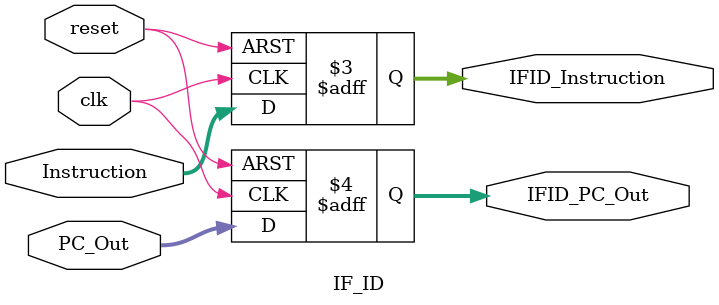
<source format=v>
`timescale 1ns / 1ps

module IF_ID(
    input clk,
    input reset,
    input [31:0] Instruction,
    input [63:0] PC_Out,
    output reg [31:0] IFID_Instruction,
    output reg [63:0] IFID_PC_Out
    );
always @(posedge clk or posedge reset) begin
    if (reset == 1'b1) begin
        IFID_Instruction = 0; IFID_PC_Out = 0;
    end
    else begin
        IFID_Instruction = Instruction; IFID_PC_Out = PC_Out;
    end
end
endmodule
</source>
